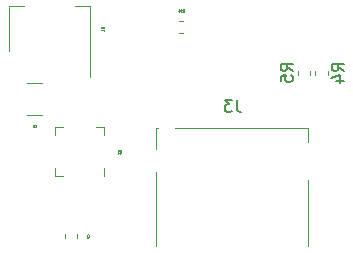
<source format=gbr>
G04 #@! TF.GenerationSoftware,KiCad,Pcbnew,(5.1.5)-3*
G04 #@! TF.CreationDate,2020-04-16T14:44:53-04:00*
G04 #@! TF.ProjectId,STM32_SMD_Quadcopter,53544d33-325f-4534-9d44-5f5175616463,rev?*
G04 #@! TF.SameCoordinates,PX2daf690PY1aab7d8*
G04 #@! TF.FileFunction,Legend,Bot*
G04 #@! TF.FilePolarity,Positive*
%FSLAX46Y46*%
G04 Gerber Fmt 4.6, Leading zero omitted, Abs format (unit mm)*
G04 Created by KiCad (PCBNEW (5.1.5)-3) date 2020-04-16 14:44:53*
%MOMM*%
%LPD*%
G04 APERTURE LIST*
%ADD10C,0.120000*%
%ADD11C,0.050000*%
%ADD12C,0.150000*%
G04 APERTURE END LIST*
D10*
X17942779Y-3960400D02*
X17617221Y-3960400D01*
X17942779Y-4980400D02*
X17617221Y-4980400D01*
X8968200Y-22311579D02*
X8968200Y-21986021D01*
X7948200Y-22311579D02*
X7948200Y-21986021D01*
X4731936Y-11901000D02*
X5936064Y-11901000D01*
X4731936Y-9181000D02*
X5936064Y-9181000D01*
X11204000Y-12926000D02*
X10554000Y-12926000D01*
X7084000Y-17046000D02*
X7734000Y-17046000D01*
X7084000Y-12926000D02*
X7734000Y-12926000D01*
X7084000Y-17046000D02*
X7084000Y-16396000D01*
X7084000Y-12926000D02*
X7084000Y-13576000D01*
X11204000Y-12926000D02*
X11204000Y-13576000D01*
X11204000Y-17046000D02*
X11204000Y-16396000D01*
X3194000Y-2687000D02*
X4454000Y-2687000D01*
X10014000Y-2687000D02*
X8754000Y-2687000D01*
X3194000Y-6447000D02*
X3194000Y-2687000D01*
X10014000Y-8697000D02*
X10014000Y-2687000D01*
X29131800Y-8468579D02*
X29131800Y-8143021D01*
X30151800Y-8468579D02*
X30151800Y-8143021D01*
X27658600Y-8143021D02*
X27658600Y-8468579D01*
X28678600Y-8143021D02*
X28678600Y-8468579D01*
X15663000Y-16695600D02*
X15663000Y-22995600D01*
X28533000Y-17395600D02*
X28533000Y-22995600D01*
X15663000Y-12985600D02*
X15663000Y-14795600D01*
X28533000Y-12985600D02*
X17273000Y-12985600D01*
X28533000Y-14145600D02*
X28533000Y-12985600D01*
X15773000Y-12985600D02*
X15663000Y-12985600D01*
D11*
X17908571Y-3130876D02*
X17975238Y-3035638D01*
X18022857Y-3130876D02*
X18022857Y-2930876D01*
X17946666Y-2930876D01*
X17927619Y-2940400D01*
X17918095Y-2949923D01*
X17908571Y-2968971D01*
X17908571Y-2997542D01*
X17918095Y-3016590D01*
X17927619Y-3026114D01*
X17946666Y-3035638D01*
X18022857Y-3035638D01*
X17718095Y-3130876D02*
X17832380Y-3130876D01*
X17775238Y-3130876D02*
X17775238Y-2930876D01*
X17794285Y-2959447D01*
X17813333Y-2978495D01*
X17832380Y-2988019D01*
X17546666Y-2997542D02*
X17546666Y-3130876D01*
X17594285Y-2921352D02*
X17641904Y-3064209D01*
X17518095Y-3064209D01*
X9959628Y-22115466D02*
X9969152Y-22105942D01*
X9978676Y-22077371D01*
X9978676Y-22058323D01*
X9969152Y-22029752D01*
X9950104Y-22010704D01*
X9931057Y-22001180D01*
X9892961Y-21991657D01*
X9864390Y-21991657D01*
X9826295Y-22001180D01*
X9807247Y-22010704D01*
X9788200Y-22029752D01*
X9778676Y-22058323D01*
X9778676Y-22077371D01*
X9788200Y-22105942D01*
X9797723Y-22115466D01*
X9778676Y-22182133D02*
X9778676Y-22315466D01*
X9978676Y-22229752D01*
X5367333Y-12892428D02*
X5376857Y-12901952D01*
X5405428Y-12911476D01*
X5424476Y-12911476D01*
X5453047Y-12901952D01*
X5472095Y-12882904D01*
X5481619Y-12863857D01*
X5491142Y-12825761D01*
X5491142Y-12797190D01*
X5481619Y-12759095D01*
X5472095Y-12740047D01*
X5453047Y-12721000D01*
X5424476Y-12711476D01*
X5405428Y-12711476D01*
X5376857Y-12721000D01*
X5367333Y-12730523D01*
X5186380Y-12711476D02*
X5281619Y-12711476D01*
X5291142Y-12806714D01*
X5281619Y-12797190D01*
X5262571Y-12787666D01*
X5214952Y-12787666D01*
X5195904Y-12797190D01*
X5186380Y-12806714D01*
X5176857Y-12825761D01*
X5176857Y-12873380D01*
X5186380Y-12892428D01*
X5195904Y-12901952D01*
X5214952Y-12911476D01*
X5262571Y-12911476D01*
X5281619Y-12901952D01*
X5291142Y-12892428D01*
X12434476Y-14833619D02*
X12596380Y-14833619D01*
X12615428Y-14843142D01*
X12624952Y-14852666D01*
X12634476Y-14871714D01*
X12634476Y-14909809D01*
X12624952Y-14928857D01*
X12615428Y-14938380D01*
X12596380Y-14947904D01*
X12434476Y-14947904D01*
X12434476Y-15024095D02*
X12434476Y-15147904D01*
X12510666Y-15081238D01*
X12510666Y-15109809D01*
X12520190Y-15128857D01*
X12529714Y-15138380D01*
X12548761Y-15147904D01*
X12596380Y-15147904D01*
X12615428Y-15138380D01*
X12624952Y-15128857D01*
X12634476Y-15109809D01*
X12634476Y-15052666D01*
X12624952Y-15033619D01*
X12615428Y-15024095D01*
X10994476Y-4444619D02*
X11156380Y-4444619D01*
X11175428Y-4454142D01*
X11184952Y-4463666D01*
X11194476Y-4482714D01*
X11194476Y-4520809D01*
X11184952Y-4539857D01*
X11175428Y-4549380D01*
X11156380Y-4558904D01*
X10994476Y-4558904D01*
X11194476Y-4758904D02*
X11194476Y-4644619D01*
X11194476Y-4701761D02*
X10994476Y-4701761D01*
X11023047Y-4682714D01*
X11042095Y-4663666D01*
X11051619Y-4644619D01*
D12*
X31524180Y-8139133D02*
X31047990Y-7805800D01*
X31524180Y-7567704D02*
X30524180Y-7567704D01*
X30524180Y-7948657D01*
X30571800Y-8043895D01*
X30619419Y-8091514D01*
X30714657Y-8139133D01*
X30857514Y-8139133D01*
X30952752Y-8091514D01*
X31000371Y-8043895D01*
X31047990Y-7948657D01*
X31047990Y-7567704D01*
X30857514Y-8996276D02*
X31524180Y-8996276D01*
X30476561Y-8758180D02*
X31190847Y-8520085D01*
X31190847Y-9139133D01*
X27190980Y-8139133D02*
X26714790Y-7805800D01*
X27190980Y-7567704D02*
X26190980Y-7567704D01*
X26190980Y-7948657D01*
X26238600Y-8043895D01*
X26286219Y-8091514D01*
X26381457Y-8139133D01*
X26524314Y-8139133D01*
X26619552Y-8091514D01*
X26667171Y-8043895D01*
X26714790Y-7948657D01*
X26714790Y-7567704D01*
X26190980Y-9043895D02*
X26190980Y-8567704D01*
X26667171Y-8520085D01*
X26619552Y-8567704D01*
X26571933Y-8662942D01*
X26571933Y-8901038D01*
X26619552Y-8996276D01*
X26667171Y-9043895D01*
X26762409Y-9091514D01*
X27000504Y-9091514D01*
X27095742Y-9043895D01*
X27143361Y-8996276D01*
X27190980Y-8901038D01*
X27190980Y-8662942D01*
X27143361Y-8567704D01*
X27095742Y-8520085D01*
X22456333Y-10597980D02*
X22456333Y-11312266D01*
X22503952Y-11455123D01*
X22599190Y-11550361D01*
X22742047Y-11597980D01*
X22837285Y-11597980D01*
X22075380Y-10597980D02*
X21456333Y-10597980D01*
X21789666Y-10978933D01*
X21646809Y-10978933D01*
X21551571Y-11026552D01*
X21503952Y-11074171D01*
X21456333Y-11169409D01*
X21456333Y-11407504D01*
X21503952Y-11502742D01*
X21551571Y-11550361D01*
X21646809Y-11597980D01*
X21932523Y-11597980D01*
X22027761Y-11550361D01*
X22075380Y-11502742D01*
M02*

</source>
